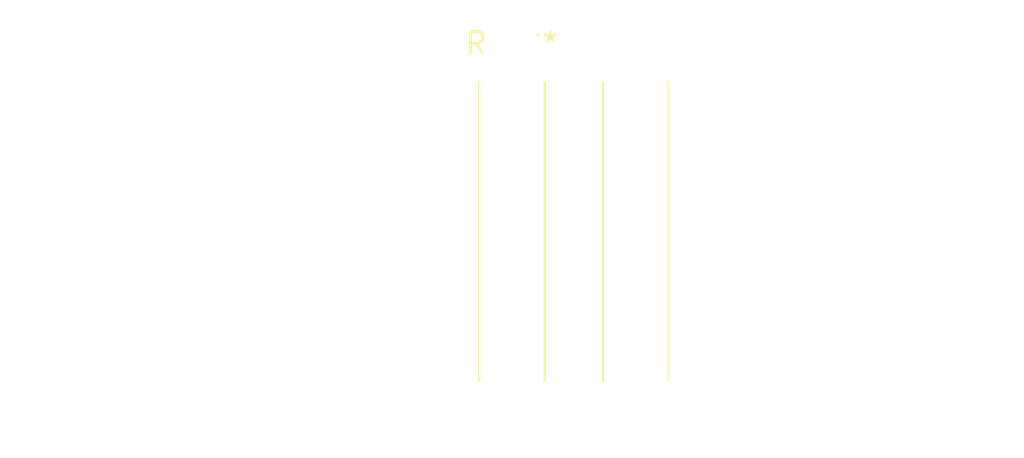
<source format=kicad_pcb>
(kicad_pcb (version 20240108) (generator pcbnew)
  (layers (0 "F.Cu" signal) (31 "B.Cu" signal) (34 "B.Paste" user) (35 "F.Paste" user) (36 "B.SilkS" user "B.Silkscreen") (37 "F.SilkS" user "F.Silkscreen") (38 "B.Mask" user) (39 "F.Mask" user) (44 "Edge.Cuts" user))
  (net 0 "")
  (footprint "SolderWire-2.5sqmm_1x02_P7.2mm_D2.4mm_OD3.6mm_Relief" (layer "F.Cu") (at 0 0)
    (property "Reference" "REF**")
    (property "Value" "SolderWire-2.5sqmm_1x02_P7.2mm_D2.4mm_OD3.6mm_Relief")
    (fp_line (start -1.91 2.26) (end -1.91 19.69) (layer "F.SilkS") (stroke (width 0.12)))
    (fp_line (start 1.91 2.26) (end 1.91 19.69) (layer "F.SilkS") (stroke (width 0.12)))
    (fp_line (start 5.29 2.26) (end 5.29 19.69) (layer "F.SilkS") (stroke (width 0.12)))
    (fp_line (start 9.11 2.26) (end 9.11 19.69) (layer "F.SilkS") (stroke (width 0.12)))
    (pad "" np_thru_hole circle (at 0 21.6) (size 4.1 4.1) (drill 4.1) (layers *.Cu *.Mask))
    (pad "" np_thru_hole circle (at 7.2 21.6) (size 4.1 4.1) (drill 4.1) (layers *.Cu *.Mask))
    (pad "1" thru_hole roundrect (at 0 0) (size 4 4) (drill 3) (layers *.Cu *.Mask) (remove_unused_layers) (roundrect_rratio 0.0625))
    (pad "2" thru_hole circle (at 7.2 0) (size 4 4) (drill 3) (layers *.Cu *.Mask) (remove_unused_layers))
  )
)
</source>
